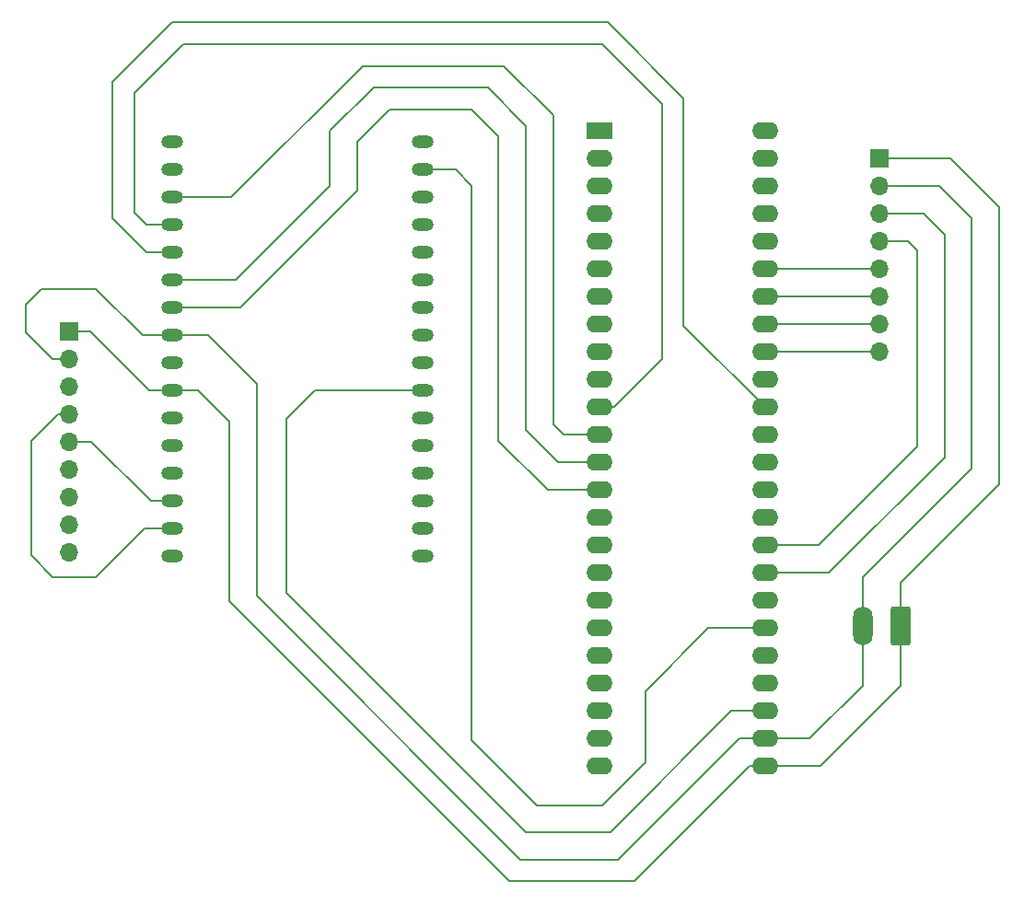
<source format=gbr>
%TF.GenerationSoftware,KiCad,Pcbnew,8.0.3*%
%TF.CreationDate,2024-07-16T20:51:18-07:00*%
%TF.ProjectId,pcb_test,7063625f-7465-4737-942e-6b696361645f,rev?*%
%TF.SameCoordinates,Original*%
%TF.FileFunction,Copper,L1,Top*%
%TF.FilePolarity,Positive*%
%FSLAX46Y46*%
G04 Gerber Fmt 4.6, Leading zero omitted, Abs format (unit mm)*
G04 Created by KiCad (PCBNEW 8.0.3) date 2024-07-16 20:51:18*
%MOMM*%
%LPD*%
G01*
G04 APERTURE LIST*
G04 Aperture macros list*
%AMRoundRect*
0 Rectangle with rounded corners*
0 $1 Rounding radius*
0 $2 $3 $4 $5 $6 $7 $8 $9 X,Y pos of 4 corners*
0 Add a 4 corners polygon primitive as box body*
4,1,4,$2,$3,$4,$5,$6,$7,$8,$9,$2,$3,0*
0 Add four circle primitives for the rounded corners*
1,1,$1+$1,$2,$3*
1,1,$1+$1,$4,$5*
1,1,$1+$1,$6,$7*
1,1,$1+$1,$8,$9*
0 Add four rect primitives between the rounded corners*
20,1,$1+$1,$2,$3,$4,$5,0*
20,1,$1+$1,$4,$5,$6,$7,0*
20,1,$1+$1,$6,$7,$8,$9,0*
20,1,$1+$1,$8,$9,$2,$3,0*%
G04 Aperture macros list end*
%TA.AperFunction,ComponentPad*%
%ADD10R,1.700000X1.700000*%
%TD*%
%TA.AperFunction,ComponentPad*%
%ADD11O,1.700000X1.700000*%
%TD*%
%TA.AperFunction,ComponentPad*%
%ADD12O,2.000000X1.200000*%
%TD*%
%TA.AperFunction,ComponentPad*%
%ADD13RoundRect,0.250000X0.650000X1.550000X-0.650000X1.550000X-0.650000X-1.550000X0.650000X-1.550000X0*%
%TD*%
%TA.AperFunction,ComponentPad*%
%ADD14O,1.800000X3.600000*%
%TD*%
%TA.AperFunction,ComponentPad*%
%ADD15O,2.400000X1.600000*%
%TD*%
%TA.AperFunction,ComponentPad*%
%ADD16R,2.400000X1.600000*%
%TD*%
%TA.AperFunction,Conductor*%
%ADD17C,0.200000*%
%TD*%
G04 APERTURE END LIST*
D10*
%TO.P,J5,1,Pin_1*%
%TO.N,Net-(J1-Pin_1)*%
X113740000Y-32180000D03*
D11*
%TO.P,J5,2,Pin_2*%
%TO.N,Net-(J1-Pin_2)*%
X113740000Y-34720000D03*
%TO.P,J5,3,Pin_3*%
%TO.N,Net-(J2-Pin_32)*%
X113740000Y-37260000D03*
%TO.P,J5,4,Pin_4*%
%TO.N,Net-(J2-Pin_33)*%
X113740000Y-39800000D03*
%TO.P,J5,5,Pin_5*%
%TO.N,Net-(J2-Pin_43)*%
X113740000Y-42340000D03*
%TO.P,J5,6,Pin_6*%
%TO.N,Net-(J2-Pin_42)*%
X113740000Y-44880000D03*
%TO.P,J5,7,Pin_7*%
%TO.N,Net-(J2-Pin_41)*%
X113740000Y-47420000D03*
%TO.P,J5,8,Pin_8*%
%TO.N,Net-(J2-Pin_40)*%
X113740000Y-49960000D03*
%TD*%
D12*
%TO.P,J4,1,Pin_1*%
%TO.N,unconnected-(J4-Pin_1-Pad1)*%
X71740000Y-68780000D03*
%TO.P,J4,2,Pin_2*%
%TO.N,unconnected-(J4-Pin_2-Pad2)*%
X71740000Y-66240000D03*
%TO.P,J4,3,Pin_3*%
%TO.N,unconnected-(J4-Pin_3-Pad3)*%
X71740000Y-63700000D03*
%TO.P,J4,4,Pin_4*%
%TO.N,unconnected-(J4-Pin_4-Pad4)*%
X71740000Y-61160000D03*
%TO.P,J4,5,Pin_5*%
%TO.N,unconnected-(J4-Pin_5-Pad5)*%
X71740000Y-58620000D03*
%TO.P,J4,6,Pin_6*%
%TO.N,Net-(J2-Pin_39)*%
X71740000Y-56080000D03*
%TO.P,J4,7,Pin_7*%
%TO.N,Net-(J2-Pin_27)*%
X71740000Y-53540000D03*
%TO.P,J4,8,Pin_8*%
%TO.N,unconnected-(J4-Pin_8-Pad8)*%
X71740000Y-51000000D03*
%TO.P,J4,9,Pin_9*%
%TO.N,unconnected-(J4-Pin_9-Pad9)*%
X71740000Y-48460000D03*
%TO.P,J4,10,Pin_10*%
%TO.N,unconnected-(J4-Pin_10-Pad10)*%
X71740000Y-45920000D03*
%TO.P,J4,11,Pin_11*%
%TO.N,unconnected-(J4-Pin_11-Pad11)*%
X71740000Y-43380000D03*
%TO.P,J4,12,Pin_12*%
%TO.N,unconnected-(J4-Pin_12-Pad12)*%
X71740000Y-40840000D03*
%TO.P,J4,13,Pin_13*%
%TO.N,unconnected-(J4-Pin_13-Pad13)*%
X71740000Y-38300000D03*
%TO.P,J4,14,Pin_14*%
%TO.N,unconnected-(J4-Pin_14-Pad14)*%
X71740000Y-35760000D03*
%TO.P,J4,15,Pin_15*%
%TO.N,Net-(J2-Pin_30)*%
X71740000Y-33220000D03*
%TO.P,J4,16,Pin_16*%
%TO.N,unconnected-(J4-Pin_16-Pad16)*%
X71740000Y-30680000D03*
%TO.P,J4,17,Pin_17*%
%TO.N,unconnected-(J4-Pin_17-Pad17)*%
X48740000Y-68780000D03*
%TO.P,J4,18,Pin_18*%
%TO.N,Net-(J3-Pin_4)*%
X48740000Y-66240000D03*
%TO.P,J4,19,Pin_19*%
%TO.N,Net-(J3-Pin_5)*%
X48740000Y-63700000D03*
%TO.P,J4,20,Pin_20*%
%TO.N,unconnected-(J4-Pin_20-Pad20)*%
X48740000Y-61160000D03*
%TO.P,J4,21,Pin_21*%
%TO.N,unconnected-(J4-Pin_21-Pad21)*%
X48740000Y-58620000D03*
%TO.P,J4,22,Pin_22*%
%TO.N,unconnected-(J4-Pin_22-Pad22)*%
X48740000Y-56080000D03*
%TO.P,J4,23,Pin_23*%
%TO.N,Net-(J1-Pin_1)*%
X48740000Y-53540000D03*
%TO.P,J4,24,Pin_24*%
%TO.N,unconnected-(J4-Pin_24-Pad24)*%
X48740000Y-51000000D03*
%TO.P,J4,25,Pin_25*%
%TO.N,Net-(J1-Pin_2)*%
X48740000Y-48460000D03*
%TO.P,J4,26,Pin_26*%
%TO.N,Net-(J2-Pin_14)*%
X48740000Y-45920000D03*
%TO.P,J4,27,Pin_27*%
%TO.N,Net-(J2-Pin_13)*%
X48740000Y-43380000D03*
%TO.P,J4,28,Pin_28*%
%TO.N,Net-(J2-Pin_38)*%
X48740000Y-40840000D03*
%TO.P,J4,29,Pin_29*%
%TO.N,Net-(J2-Pin_11)*%
X48740000Y-38300000D03*
%TO.P,J4,30,Pin_30*%
%TO.N,Net-(J2-Pin_12)*%
X48740000Y-35760000D03*
%TO.P,J4,31,Pin_31*%
%TO.N,unconnected-(J4-Pin_31-Pad31)*%
X48740000Y-33220000D03*
%TO.P,J4,32,Pin_32*%
%TO.N,unconnected-(J4-Pin_32-Pad32)*%
X48740000Y-30680000D03*
%TD*%
D10*
%TO.P,J3,1,Pin_1*%
%TO.N,Net-(J1-Pin_1)*%
X39240000Y-48100000D03*
D11*
%TO.P,J3,2,Pin_2*%
%TO.N,Net-(J1-Pin_2)*%
X39240000Y-50640000D03*
%TO.P,J3,3,Pin_3*%
%TO.N,unconnected-(J3-Pin_3-Pad3)*%
X39240000Y-53180000D03*
%TO.P,J3,4,Pin_4*%
%TO.N,Net-(J3-Pin_4)*%
X39240000Y-55720000D03*
%TO.P,J3,5,Pin_5*%
%TO.N,Net-(J3-Pin_5)*%
X39240000Y-58260000D03*
%TO.P,J3,6,Pin_6*%
%TO.N,unconnected-(J3-Pin_6-Pad6)*%
X39240000Y-60800000D03*
%TO.P,J3,7,Pin_7*%
%TO.N,unconnected-(J3-Pin_7-Pad7)*%
X39240000Y-63340000D03*
%TO.P,J3,8,Pin_8*%
%TO.N,unconnected-(J3-Pin_8-Pad8)*%
X39240000Y-65880000D03*
%TO.P,J3,9,Pin_9*%
%TO.N,unconnected-(J3-Pin_9-Pad9)*%
X39240000Y-68420000D03*
%TD*%
D13*
%TO.P,J1,1,Pin_1*%
%TO.N,Net-(J1-Pin_1)*%
X115740000Y-75180000D03*
D14*
%TO.P,J1,2,Pin_2*%
%TO.N,Net-(J1-Pin_2)*%
X112240000Y-75180000D03*
%TD*%
D15*
%TO.P,J2,48,Pin_48*%
%TO.N,unconnected-(J2-Pin_48-Pad48)*%
X103240000Y-29680000D03*
%TO.P,J2,47,Pin_47*%
%TO.N,unconnected-(J2-Pin_47-Pad47)*%
X103240000Y-32220000D03*
%TO.P,J2,46,Pin_46*%
%TO.N,unconnected-(J2-Pin_46-Pad46)*%
X103240000Y-34760000D03*
%TO.P,J2,45,Pin_45*%
%TO.N,unconnected-(J2-Pin_45-Pad45)*%
X103240000Y-37300000D03*
%TO.P,J2,44,Pin_44*%
%TO.N,unconnected-(J2-Pin_44-Pad44)*%
X103240000Y-39840000D03*
%TO.P,J2,43,Pin_43*%
%TO.N,Net-(J2-Pin_43)*%
X103240000Y-42380000D03*
%TO.P,J2,42,Pin_42*%
%TO.N,Net-(J2-Pin_42)*%
X103240000Y-44920000D03*
%TO.P,J2,41,Pin_41*%
%TO.N,Net-(J2-Pin_41)*%
X103240000Y-47460000D03*
%TO.P,J2,40,Pin_40*%
%TO.N,Net-(J2-Pin_40)*%
X103240000Y-50000000D03*
%TO.P,J2,39,Pin_39*%
%TO.N,Net-(J2-Pin_39)*%
X103240000Y-52540000D03*
%TO.P,J2,38,Pin_38*%
%TO.N,Net-(J2-Pin_38)*%
X103240000Y-55080000D03*
%TO.P,J2,37,Pin_37*%
%TO.N,unconnected-(J2-Pin_37-Pad37)*%
X103240000Y-57620000D03*
%TO.P,J2,36,Pin_36*%
%TO.N,unconnected-(J2-Pin_36-Pad36)*%
X103240000Y-60160000D03*
%TO.P,J2,35,Pin_35*%
%TO.N,unconnected-(J2-Pin_35-Pad35)*%
X103240000Y-62700000D03*
%TO.P,J2,34,Pin_34*%
%TO.N,unconnected-(J2-Pin_34-Pad34)*%
X103240000Y-65240000D03*
%TO.P,J2,33,Pin_33*%
%TO.N,Net-(J2-Pin_33)*%
X103240000Y-67780000D03*
%TO.P,J2,32,Pin_32*%
%TO.N,Net-(J2-Pin_32)*%
X103240000Y-70320000D03*
%TO.P,J2,31,Pin_31*%
%TO.N,unconnected-(J2-Pin_31-Pad31)*%
X103240000Y-72860000D03*
%TO.P,J2,30,Pin_30*%
%TO.N,Net-(J2-Pin_30)*%
X103240000Y-75400000D03*
%TO.P,J2,29,Pin_29*%
%TO.N,unconnected-(J2-Pin_29-Pad29)*%
X103240000Y-77940000D03*
%TO.P,J2,28,Pin_28*%
%TO.N,unconnected-(J2-Pin_28-Pad28)*%
X103240000Y-80480000D03*
%TO.P,J2,27,Pin_27*%
%TO.N,Net-(J2-Pin_27)*%
X103240000Y-83020000D03*
%TO.P,J2,26,Pin_26*%
%TO.N,Net-(J1-Pin_2)*%
X103240000Y-85560000D03*
%TO.P,J2,25,Pin_25*%
%TO.N,Net-(J1-Pin_1)*%
X103240000Y-88100000D03*
%TO.P,J2,24,Pin_24*%
%TO.N,unconnected-(J2-Pin_24-Pad24)*%
X88000000Y-88100000D03*
%TO.P,J2,23,Pin_23*%
%TO.N,unconnected-(J2-Pin_23-Pad23)*%
X88000000Y-85560000D03*
%TO.P,J2,22,Pin_22*%
%TO.N,unconnected-(J2-Pin_22-Pad22)*%
X88000000Y-83020000D03*
%TO.P,J2,21,Pin_21*%
%TO.N,unconnected-(J2-Pin_21-Pad21)*%
X88000000Y-80480000D03*
%TO.P,J2,20,Pin_20*%
%TO.N,unconnected-(J2-Pin_20-Pad20)*%
X88000000Y-77940000D03*
%TO.P,J2,19,Pin_19*%
%TO.N,unconnected-(J2-Pin_19-Pad19)*%
X88000000Y-75400000D03*
%TO.P,J2,18,Pin_18*%
%TO.N,unconnected-(J2-Pin_18-Pad18)*%
X88000000Y-72860000D03*
%TO.P,J2,17,Pin_17*%
%TO.N,unconnected-(J2-Pin_17-Pad17)*%
X88000000Y-70320000D03*
%TO.P,J2,16,Pin_16*%
%TO.N,unconnected-(J2-Pin_16-Pad16)*%
X88000000Y-67780000D03*
%TO.P,J2,15,Pin_15*%
%TO.N,unconnected-(J2-Pin_15-Pad15)*%
X88000000Y-65240000D03*
%TO.P,J2,14,Pin_14*%
%TO.N,Net-(J2-Pin_14)*%
X88000000Y-62700000D03*
%TO.P,J2,13,Pin_13*%
%TO.N,Net-(J2-Pin_13)*%
X88000000Y-60160000D03*
%TO.P,J2,12,Pin_12*%
%TO.N,Net-(J2-Pin_12)*%
X88000000Y-57620000D03*
%TO.P,J2,11,Pin_11*%
%TO.N,Net-(J2-Pin_11)*%
X88000000Y-55080000D03*
%TO.P,J2,10,Pin_10*%
%TO.N,unconnected-(J2-Pin_10-Pad10)*%
X88000000Y-52540000D03*
%TO.P,J2,9,Pin_9*%
%TO.N,unconnected-(J2-Pin_9-Pad9)*%
X88000000Y-50000000D03*
%TO.P,J2,8,Pin_8*%
%TO.N,unconnected-(J2-Pin_8-Pad8)*%
X88000000Y-47460000D03*
%TO.P,J2,7,Pin_7*%
%TO.N,unconnected-(J2-Pin_7-Pad7)*%
X88000000Y-44920000D03*
%TO.P,J2,6,Pin_6*%
%TO.N,unconnected-(J2-Pin_6-Pad6)*%
X88000000Y-42380000D03*
%TO.P,J2,5,Pin_5*%
%TO.N,unconnected-(J2-Pin_5-Pad5)*%
X88000000Y-39840000D03*
%TO.P,J2,4,Pin_4*%
%TO.N,unconnected-(J2-Pin_4-Pad4)*%
X88000000Y-37300000D03*
%TO.P,J2,3,Pin_3*%
%TO.N,unconnected-(J2-Pin_3-Pad3)*%
X88000000Y-34760000D03*
%TO.P,J2,2,Pin_2*%
%TO.N,unconnected-(J2-Pin_2-Pad2)*%
X88000000Y-32220000D03*
D16*
%TO.P,J2,1,Pin_1*%
%TO.N,unconnected-(J2-Pin_1-Pad1)*%
X88000000Y-29680000D03*
%TD*%
D17*
%TO.N,Net-(J3-Pin_4)*%
X38200000Y-55720000D02*
X39240000Y-55720000D01*
X35740000Y-58180000D02*
X38200000Y-55720000D01*
X37740000Y-70680000D02*
X35740000Y-68680000D01*
X41740000Y-70680000D02*
X37740000Y-70680000D01*
X35740000Y-68680000D02*
X35740000Y-58180000D01*
X46180000Y-66240000D02*
X41740000Y-70680000D01*
X48740000Y-66240000D02*
X46180000Y-66240000D01*
%TO.N,Net-(J1-Pin_2)*%
X37740000Y-50680000D02*
X37780000Y-50640000D01*
X35240000Y-48180000D02*
X37740000Y-50680000D01*
X35240000Y-45680000D02*
X35240000Y-48180000D01*
X41740000Y-44180000D02*
X36740000Y-44180000D01*
X36740000Y-44180000D02*
X35240000Y-45680000D01*
X46020000Y-48460000D02*
X41740000Y-44180000D01*
X37780000Y-50640000D02*
X39240000Y-50640000D01*
X48740000Y-48460000D02*
X46020000Y-48460000D01*
%TO.N,Net-(J3-Pin_5)*%
X41320000Y-58260000D02*
X39240000Y-58260000D01*
X46760000Y-63700000D02*
X41320000Y-58260000D01*
X48740000Y-63700000D02*
X46760000Y-63700000D01*
%TO.N,Net-(J1-Pin_1)*%
X46600000Y-53540000D02*
X41160000Y-48100000D01*
X41160000Y-48100000D02*
X39240000Y-48100000D01*
X48740000Y-53540000D02*
X46600000Y-53540000D01*
%TO.N,Net-(J2-Pin_27)*%
X100150000Y-83020000D02*
X103240000Y-83020000D01*
X88990000Y-94180000D02*
X100150000Y-83020000D01*
X81240000Y-94180000D02*
X88990000Y-94180000D01*
X59240000Y-56180000D02*
X59240000Y-72180000D01*
X59240000Y-72180000D02*
X81240000Y-94180000D01*
X61880000Y-53540000D02*
X59240000Y-56180000D01*
X71740000Y-53540000D02*
X61880000Y-53540000D01*
%TO.N,Net-(J1-Pin_1)*%
X53990000Y-56430000D02*
X53990000Y-72930000D01*
X51100000Y-53540000D02*
X53990000Y-56430000D01*
X53990000Y-72930000D02*
X79740000Y-98680000D01*
X48740000Y-53540000D02*
X51100000Y-53540000D01*
%TO.N,Net-(J1-Pin_2)*%
X56490000Y-52930000D02*
X56490000Y-72430000D01*
X52020000Y-48460000D02*
X56490000Y-52930000D01*
X80740000Y-96680000D02*
X56490000Y-72430000D01*
X48740000Y-48460000D02*
X52020000Y-48460000D01*
%TO.N,Net-(J2-Pin_38)*%
X95740000Y-26680000D02*
X95740000Y-47580000D01*
X48740000Y-19680000D02*
X88740000Y-19680000D01*
X88740000Y-19680000D02*
X95740000Y-26680000D01*
X43240000Y-25180000D02*
X48740000Y-19680000D01*
X43240000Y-37680000D02*
X43240000Y-25180000D01*
X46400000Y-40840000D02*
X43240000Y-37680000D01*
X95740000Y-47580000D02*
X103240000Y-55080000D01*
X48740000Y-40840000D02*
X46400000Y-40840000D01*
%TO.N,Net-(J2-Pin_11)*%
X93740000Y-50680000D02*
X89340000Y-55080000D01*
X45240000Y-26180000D02*
X49740000Y-21680000D01*
X49740000Y-21680000D02*
X88240000Y-21680000D01*
X46360000Y-38300000D02*
X45240000Y-37180000D01*
X45240000Y-37180000D02*
X45240000Y-26180000D01*
X48740000Y-38300000D02*
X46360000Y-38300000D01*
X88240000Y-21680000D02*
X93740000Y-27180000D01*
X89340000Y-55080000D02*
X88000000Y-55080000D01*
X93740000Y-27180000D02*
X93740000Y-50680000D01*
%TO.N,Net-(J2-Pin_12)*%
X54160000Y-35760000D02*
X48740000Y-35760000D01*
X79240000Y-23680000D02*
X66240000Y-23680000D01*
X83740000Y-56680000D02*
X83740000Y-28180000D01*
X83740000Y-28180000D02*
X79240000Y-23680000D01*
X88000000Y-57620000D02*
X84680000Y-57620000D01*
X84680000Y-57620000D02*
X83740000Y-56680000D01*
X66240000Y-23680000D02*
X54160000Y-35760000D01*
%TO.N,Net-(J2-Pin_13)*%
X63240000Y-34680000D02*
X54540000Y-43380000D01*
X54540000Y-43380000D02*
X48740000Y-43380000D01*
X63240000Y-29680000D02*
X63240000Y-34680000D01*
X67240000Y-25680000D02*
X63240000Y-29680000D01*
X77740000Y-25680000D02*
X67240000Y-25680000D01*
X81240000Y-29180000D02*
X77740000Y-25680000D01*
X88000000Y-60160000D02*
X84220000Y-60160000D01*
X84220000Y-60160000D02*
X81240000Y-57180000D01*
X81240000Y-57180000D02*
X81240000Y-29180000D01*
%TO.N,Net-(J2-Pin_14)*%
X55000000Y-45920000D02*
X48740000Y-45920000D01*
X65740000Y-35180000D02*
X55000000Y-45920000D01*
X65740000Y-30680000D02*
X65740000Y-35180000D01*
X78740000Y-58180000D02*
X78740000Y-30180000D01*
X83260000Y-62700000D02*
X78740000Y-58180000D01*
X68740000Y-27680000D02*
X65740000Y-30680000D01*
X78740000Y-30180000D02*
X76240000Y-27680000D01*
X76240000Y-27680000D02*
X68740000Y-27680000D01*
X88000000Y-62700000D02*
X83260000Y-62700000D01*
%TO.N,Net-(J2-Pin_30)*%
X74780000Y-33220000D02*
X71740000Y-33220000D01*
X76240000Y-85680000D02*
X76240000Y-34680000D01*
X76240000Y-34680000D02*
X74780000Y-33220000D01*
X88240000Y-91680000D02*
X82240000Y-91680000D01*
X98020000Y-75400000D02*
X92240000Y-81180000D01*
X92240000Y-81180000D02*
X92240000Y-87680000D01*
X92240000Y-87680000D02*
X88240000Y-91680000D01*
X82240000Y-91680000D02*
X76240000Y-85680000D01*
X103240000Y-75400000D02*
X98020000Y-75400000D01*
%TO.N,Net-(J1-Pin_2)*%
X100860000Y-85560000D02*
X89740000Y-96680000D01*
X89740000Y-96680000D02*
X80740000Y-96680000D01*
X103240000Y-85560000D02*
X100860000Y-85560000D01*
%TO.N,Net-(J1-Pin_1)*%
X124740000Y-62180000D02*
X124740000Y-36680000D01*
X115740000Y-71180000D02*
X124740000Y-62180000D01*
X124740000Y-36680000D02*
X120240000Y-32180000D01*
X115740000Y-75180000D02*
X115740000Y-71180000D01*
X120240000Y-32180000D02*
X113740000Y-32180000D01*
%TO.N,Net-(J1-Pin_2)*%
X119280000Y-34720000D02*
X113740000Y-34720000D01*
X122240000Y-60680000D02*
X122240000Y-37680000D01*
X122240000Y-37680000D02*
X119280000Y-34720000D01*
X112240000Y-70680000D02*
X122240000Y-60680000D01*
X112240000Y-75180000D02*
X112240000Y-70680000D01*
%TO.N,Net-(J2-Pin_32)*%
X109100000Y-70320000D02*
X103240000Y-70320000D01*
X119740000Y-59680000D02*
X109100000Y-70320000D01*
X119740000Y-39180000D02*
X119740000Y-59680000D01*
X117820000Y-37260000D02*
X119740000Y-39180000D01*
X113740000Y-37260000D02*
X117820000Y-37260000D01*
%TO.N,Net-(J2-Pin_33)*%
X117240000Y-58680000D02*
X108140000Y-67780000D01*
X117240000Y-40680000D02*
X117240000Y-58680000D01*
X116360000Y-39800000D02*
X117240000Y-40680000D01*
X113740000Y-39800000D02*
X116360000Y-39800000D01*
X108140000Y-67780000D02*
X103240000Y-67780000D01*
%TO.N,Net-(J1-Pin_1)*%
X108320000Y-88100000D02*
X103240000Y-88100000D01*
X115740000Y-80680000D02*
X108320000Y-88100000D01*
X115740000Y-75180000D02*
X115740000Y-80680000D01*
%TO.N,Net-(J1-Pin_2)*%
X107360000Y-85560000D02*
X103240000Y-85560000D01*
X112240000Y-80680000D02*
X107360000Y-85560000D01*
X112240000Y-75180000D02*
X112240000Y-80680000D01*
%TO.N,Net-(J2-Pin_40)*%
X103280000Y-49960000D02*
X103240000Y-50000000D01*
X113740000Y-49960000D02*
X103280000Y-49960000D01*
%TO.N,Net-(J2-Pin_41)*%
X113740000Y-47420000D02*
X103280000Y-47420000D01*
X103280000Y-47420000D02*
X103240000Y-47460000D01*
%TO.N,Net-(J2-Pin_42)*%
X103280000Y-44880000D02*
X103240000Y-44920000D01*
X113740000Y-44880000D02*
X103280000Y-44880000D01*
%TO.N,Net-(J2-Pin_43)*%
X103280000Y-42340000D02*
X103240000Y-42380000D01*
X113740000Y-42340000D02*
X103280000Y-42340000D01*
%TO.N,Net-(J1-Pin_1)*%
X101820000Y-88100000D02*
X91240000Y-98680000D01*
X91240000Y-98680000D02*
X79740000Y-98680000D01*
X103240000Y-88100000D02*
X101820000Y-88100000D01*
%TD*%
M02*

</source>
